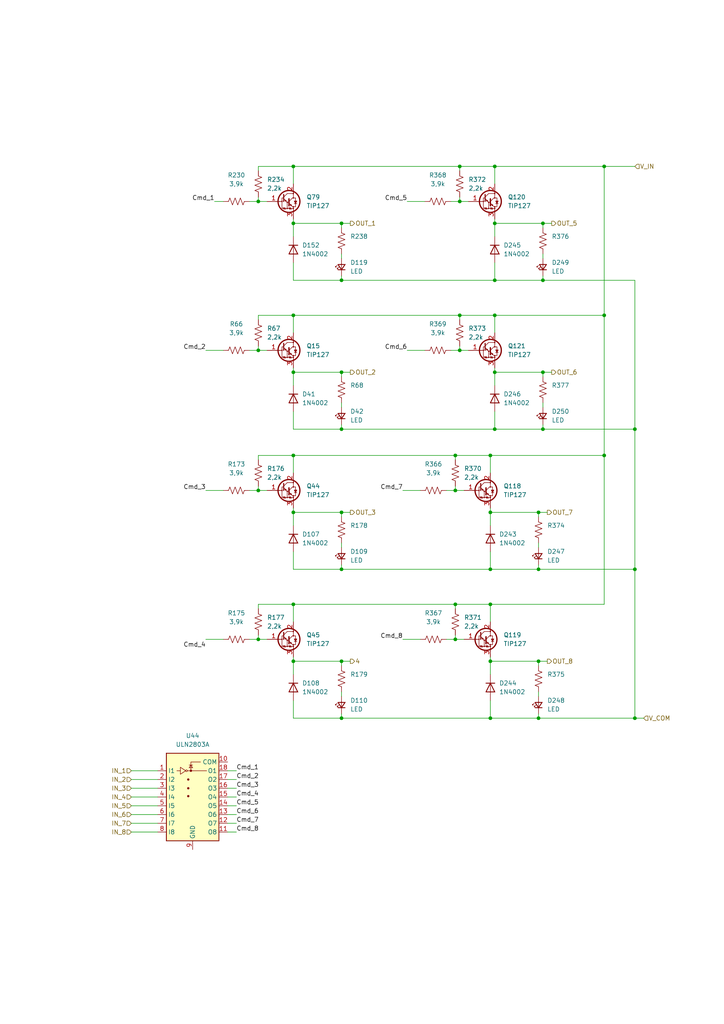
<source format=kicad_sch>
(kicad_sch (version 20231120) (generator "eeschema") (generator_version "8.0")
  (paper "A4" portrait)
  (title_block (title "Module Puissance 4 Sorties") (date "2025-02-15"))
  (junction (at 156.21 208.28))
  (junction (at 85.09 48.26))
  (junction (at 156.21 165.1))
  (junction (at 85.09 148.59))
  (junction (at 142.24 208.28))
  (junction (at 184.15 124.46))
  (junction (at 142.24 132.08))
  (junction (at 157.48 64.77))
  (junction (at 85.09 107.95))
  (junction (at 143.51 124.46))
  (junction (at 74.93 142.24))
  (junction (at 99.06 208.28))
  (junction (at 175.26 48.26))
  (junction (at 132.08 132.08))
  (junction (at 156.21 191.77))
  (junction (at 132.08 185.42))
  (junction (at 175.26 132.08))
  (junction (at 175.26 91.44))
  (junction (at 74.93 185.42))
  (junction (at 142.24 148.59))
  (junction (at 74.93 58.42))
  (junction (at 157.48 107.95))
  (junction (at 85.09 132.08))
  (junction (at 143.51 91.44))
  (junction (at 74.93 101.6))
  (junction (at 132.08 142.24))
  (junction (at 85.09 191.77))
  (junction (at 143.51 64.77))
  (junction (at 143.51 107.95))
  (junction (at 142.24 165.1))
  (junction (at 99.06 64.77))
  (junction (at 157.48 124.46))
  (junction (at 156.21 148.59))
  (junction (at 85.09 64.77))
  (junction (at 133.35 101.6))
  (junction (at 99.06 165.1))
  (junction (at 85.09 91.44))
  (junction (at 184.15 208.28))
  (junction (at 99.06 107.95))
  (junction (at 143.51 81.28))
  (junction (at 132.08 175.26))
  (junction (at 133.35 91.44))
  (junction (at 142.24 191.77))
  (junction (at 85.09 175.26))
  (junction (at 99.06 124.46))
  (junction (at 142.24 175.26))
  (junction (at 157.48 81.28))
  (junction (at 143.51 48.26))
  (junction (at 99.06 81.28))
  (junction (at 99.06 191.77))
  (junction (at 133.35 58.42))
  (junction (at 133.35 48.26))
  (junction (at 99.06 148.59))
  (junction (at 184.15 165.1))
  (wire (pts (xy 142.24 191.77) (xy 156.21 191.77)))
  (wire (pts (xy 133.35 91.44) (xy 143.51 91.44)))
  (wire (pts (xy 142.24 191.77) (xy 142.24 195.58)))
  (wire (pts (xy 85.09 165.1) (xy 99.06 165.1)))
  (wire (pts (xy 156.21 207.01) (xy 156.21 208.28)))
  (wire (pts (xy 85.09 175.26) (xy 132.08 175.26)))
  (wire (pts (xy 99.06 200.66) (xy 99.06 201.93)))
  (wire (pts (xy 157.48 116.84) (xy 157.48 118.11)))
  (wire (pts (xy 85.09 160.02) (xy 85.09 165.1)))
  (wire (pts (xy 74.93 140.97) (xy 74.93 142.24)))
  (wire (pts (xy 99.06 81.28) (xy 143.51 81.28)))
  (wire (pts (xy 85.09 91.44) (xy 85.09 96.52)))
  (wire (pts (xy 74.93 91.44) (xy 85.09 91.44)))
  (wire (pts (xy 156.21 148.59) (xy 156.21 149.86)))
  (wire (pts (xy 99.06 73.66) (xy 99.06 74.93)))
  (wire (pts (xy 74.93 132.08) (xy 85.09 132.08)))
  (wire (pts (xy 38.1 226.06) (xy 45.72 226.06)))
  (wire (pts (xy 38.1 241.3) (xy 45.72 241.3)))
  (wire (pts (xy 72.39 58.42) (xy 74.93 58.42)))
  (wire (pts (xy 85.09 191.77) (xy 85.09 195.58)))
  (wire (pts (xy 118.11 101.6) (xy 123.19 101.6)))
  (wire (pts (xy 132.08 185.42) (xy 134.62 185.42)))
  (wire (pts (xy 132.08 140.97) (xy 132.08 142.24)))
  (wire (pts (xy 85.09 132.08) (xy 132.08 132.08)))
  (wire (pts (xy 157.48 107.95) (xy 160.02 107.95)))
  (wire (pts (xy 38.1 223.52) (xy 45.72 223.52)))
  (wire (pts (xy 99.06 64.77) (xy 101.6 64.77)))
  (wire (pts (xy 143.51 91.44) (xy 143.51 96.52)))
  (wire (pts (xy 85.09 48.26) (xy 85.09 53.34)))
  (wire (pts (xy 66.04 223.52) (xy 68.58 223.52)))
  (wire (pts (xy 157.48 73.66) (xy 157.48 74.93)))
  (wire (pts (xy 85.09 191.77) (xy 99.06 191.77)))
  (wire (pts (xy 85.09 76.2) (xy 85.09 81.28)))
  (wire (pts (xy 74.93 175.26) (xy 74.93 176.53)))
  (wire (pts (xy 99.06 148.59) (xy 101.6 148.59)))
  (wire (pts (xy 99.06 80.01) (xy 99.06 81.28)))
  (wire (pts (xy 143.51 124.46) (xy 157.48 124.46)))
  (wire (pts (xy 85.09 124.46) (xy 99.06 124.46)))
  (wire (pts (xy 72.39 142.24) (xy 74.93 142.24)))
  (wire (pts (xy 133.35 101.6) (xy 135.89 101.6)))
  (wire (pts (xy 156.21 208.28) (xy 184.15 208.28)))
  (wire (pts (xy 143.51 106.68) (xy 143.51 107.95)))
  (wire (pts (xy 157.48 64.77) (xy 157.48 66.04)))
  (wire (pts (xy 133.35 91.44) (xy 133.35 92.71)))
  (wire (pts (xy 74.93 142.24) (xy 77.47 142.24)))
  (wire (pts (xy 116.84 142.24) (xy 121.92 142.24)))
  (wire (pts (xy 85.09 147.32) (xy 85.09 148.59)))
  (wire (pts (xy 129.54 142.24) (xy 132.08 142.24)))
  (wire (pts (xy 116.84 185.42) (xy 121.92 185.42)))
  (wire (pts (xy 142.24 165.1) (xy 156.21 165.1)))
  (wire (pts (xy 74.93 175.26) (xy 85.09 175.26)))
  (wire (pts (xy 143.51 64.77) (xy 157.48 64.77)))
  (wire (pts (xy 99.06 148.59) (xy 99.06 149.86)))
  (wire (pts (xy 74.93 48.26) (xy 74.93 49.53)))
  (wire (pts (xy 156.21 163.83) (xy 156.21 165.1)))
  (wire (pts (xy 184.15 124.46) (xy 184.15 165.1)))
  (wire (pts (xy 132.08 175.26) (xy 132.08 176.53)))
  (wire (pts (xy 99.06 123.19) (xy 99.06 124.46)))
  (wire (pts (xy 143.51 63.5) (xy 143.51 64.77)))
  (wire (pts (xy 157.48 107.95) (xy 157.48 109.22)))
  (wire (pts (xy 85.09 148.59) (xy 99.06 148.59)))
  (wire (pts (xy 59.69 185.42) (xy 64.77 185.42)))
  (wire (pts (xy 74.93 184.15) (xy 74.93 185.42)))
  (wire (pts (xy 143.51 81.28) (xy 157.48 81.28)))
  (wire (pts (xy 156.21 157.48) (xy 156.21 158.75)))
  (wire (pts (xy 157.48 123.19) (xy 157.48 124.46)))
  (wire (pts (xy 130.81 101.6) (xy 133.35 101.6)))
  (wire (pts (xy 132.08 142.24) (xy 134.62 142.24)))
  (wire (pts (xy 143.51 76.2) (xy 143.51 81.28)))
  (wire (pts (xy 38.1 228.6) (xy 45.72 228.6)))
  (wire (pts (xy 132.08 132.08) (xy 132.08 133.35)))
  (wire (pts (xy 156.21 191.77) (xy 156.21 193.04)))
  (wire (pts (xy 74.93 57.15) (xy 74.93 58.42)))
  (wire (pts (xy 85.09 119.38) (xy 85.09 124.46)))
  (wire (pts (xy 175.26 48.26) (xy 184.15 48.26)))
  (wire (pts (xy 99.06 124.46) (xy 143.51 124.46)))
  (wire (pts (xy 157.48 80.01) (xy 157.48 81.28)))
  (wire (pts (xy 184.15 208.28) (xy 186.69 208.28)))
  (wire (pts (xy 99.06 163.83) (xy 99.06 165.1)))
  (wire (pts (xy 66.04 238.76) (xy 68.58 238.76)))
  (wire (pts (xy 38.1 236.22) (xy 45.72 236.22)))
  (wire (pts (xy 175.26 91.44) (xy 143.51 91.44)))
  (wire (pts (xy 184.15 81.28) (xy 184.15 124.46)))
  (wire (pts (xy 132.08 184.15) (xy 132.08 185.42)))
  (wire (pts (xy 99.06 107.95) (xy 101.6 107.95)))
  (wire (pts (xy 132.08 175.26) (xy 142.24 175.26)))
  (wire (pts (xy 184.15 165.1) (xy 184.15 208.28)))
  (wire (pts (xy 74.93 58.42) (xy 77.47 58.42)))
  (wire (pts (xy 74.93 101.6) (xy 77.47 101.6)))
  (wire (pts (xy 85.09 64.77) (xy 85.09 68.58)))
  (wire (pts (xy 59.69 142.24) (xy 64.77 142.24)))
  (wire (pts (xy 66.04 231.14) (xy 68.58 231.14)))
  (wire (pts (xy 85.09 91.44) (xy 133.35 91.44)))
  (wire (pts (xy 59.69 101.6) (xy 64.77 101.6)))
  (wire (pts (xy 66.04 226.06) (xy 68.58 226.06)))
  (wire (pts (xy 74.93 91.44) (xy 74.93 92.71)))
  (wire (pts (xy 142.24 148.59) (xy 156.21 148.59)))
  (wire (pts (xy 85.09 107.95) (xy 85.09 111.76)))
  (wire (pts (xy 142.24 208.28) (xy 156.21 208.28)))
  (wire (pts (xy 142.24 175.26) (xy 142.24 180.34)))
  (wire (pts (xy 156.21 148.59) (xy 158.75 148.59)))
  (wire (pts (xy 72.39 185.42) (xy 74.93 185.42)))
  (wire (pts (xy 157.48 81.28) (xy 184.15 81.28)))
  (wire (pts (xy 85.09 148.59) (xy 85.09 152.4)))
  (wire (pts (xy 118.11 58.42) (xy 123.19 58.42)))
  (wire (pts (xy 143.51 119.38) (xy 143.51 124.46)))
  (wire (pts (xy 74.93 100.33) (xy 74.93 101.6)))
  (wire (pts (xy 133.35 100.33) (xy 133.35 101.6)))
  (wire (pts (xy 66.04 236.22) (xy 68.58 236.22)))
  (wire (pts (xy 38.1 233.68) (xy 45.72 233.68)))
  (wire (pts (xy 156.21 165.1) (xy 184.15 165.1)))
  (wire (pts (xy 62.23 58.42) (xy 64.77 58.42)))
  (wire (pts (xy 99.06 116.84) (xy 99.06 118.11)))
  (wire (pts (xy 175.26 175.26) (xy 175.26 132.08)))
  (wire (pts (xy 142.24 148.59) (xy 142.24 152.4)))
  (wire (pts (xy 157.48 124.46) (xy 184.15 124.46)))
  (wire (pts (xy 175.26 132.08) (xy 142.24 132.08)))
  (wire (pts (xy 143.51 107.95) (xy 157.48 107.95)))
  (wire (pts (xy 85.09 81.28) (xy 99.06 81.28)))
  (wire (pts (xy 156.21 191.77) (xy 158.75 191.77)))
  (wire (pts (xy 85.09 48.26) (xy 133.35 48.26)))
  (wire (pts (xy 133.35 57.15) (xy 133.35 58.42)))
  (wire (pts (xy 85.09 175.26) (xy 85.09 180.34)))
  (wire (pts (xy 157.48 64.77) (xy 160.02 64.77)))
  (wire (pts (xy 99.06 208.28) (xy 142.24 208.28)))
  (wire (pts (xy 85.09 107.95) (xy 99.06 107.95)))
  (wire (pts (xy 85.09 190.5) (xy 85.09 191.77)))
  (wire (pts (xy 143.51 64.77) (xy 143.51 68.58)))
  (wire (pts (xy 142.24 132.08) (xy 142.24 137.16)))
  (wire (pts (xy 85.09 208.28) (xy 99.06 208.28)))
  (wire (pts (xy 129.54 185.42) (xy 132.08 185.42)))
  (wire (pts (xy 85.09 63.5) (xy 85.09 64.77)))
  (wire (pts (xy 66.04 233.68) (xy 68.58 233.68)))
  (wire (pts (xy 175.26 48.26) (xy 143.51 48.26)))
  (wire (pts (xy 38.1 238.76) (xy 45.72 238.76)))
  (wire (pts (xy 99.06 207.01) (xy 99.06 208.28)))
  (wire (pts (xy 85.09 132.08) (xy 85.09 137.16)))
  (wire (pts (xy 38.1 231.14) (xy 45.72 231.14)))
  (wire (pts (xy 72.39 101.6) (xy 74.93 101.6)))
  (wire (pts (xy 85.09 203.2) (xy 85.09 208.28)))
  (wire (pts (xy 85.09 106.68) (xy 85.09 107.95)))
  (wire (pts (xy 74.93 185.42) (xy 77.47 185.42)))
  (wire (pts (xy 175.26 91.44) (xy 175.26 48.26)))
  (wire (pts (xy 99.06 191.77) (xy 101.6 191.77)))
  (wire (pts (xy 142.24 190.5) (xy 142.24 191.77)))
  (wire (pts (xy 143.51 48.26) (xy 143.51 53.34)))
  (wire (pts (xy 66.04 228.6) (xy 68.58 228.6)))
  (wire (pts (xy 142.24 175.26) (xy 175.26 175.26)))
  (wire (pts (xy 142.24 160.02) (xy 142.24 165.1)))
  (wire (pts (xy 130.81 58.42) (xy 133.35 58.42)))
  (wire (pts (xy 175.26 132.08) (xy 175.26 91.44)))
  (wire (pts (xy 99.06 165.1) (xy 142.24 165.1)))
  (wire (pts (xy 133.35 58.42) (xy 135.89 58.42)))
  (wire (pts (xy 133.35 48.26) (xy 133.35 49.53)))
  (wire (pts (xy 99.06 191.77) (xy 99.06 193.04)))
  (wire (pts (xy 99.06 64.77) (xy 99.06 66.04)))
  (wire (pts (xy 142.24 147.32) (xy 142.24 148.59)))
  (wire (pts (xy 99.06 107.95) (xy 99.06 109.22)))
  (wire (pts (xy 143.51 107.95) (xy 143.51 111.76)))
  (wire (pts (xy 74.93 48.26) (xy 85.09 48.26)))
  (wire (pts (xy 74.93 132.08) (xy 74.93 133.35)))
  (wire (pts (xy 142.24 203.2) (xy 142.24 208.28)))
  (wire (pts (xy 85.09 64.77) (xy 99.06 64.77)))
  (wire (pts (xy 156.21 200.66) (xy 156.21 201.93)))
  (wire (pts (xy 66.04 241.3) (xy 68.58 241.3)))
  (wire (pts (xy 132.08 132.08) (xy 142.24 132.08)))
  (wire (pts (xy 133.35 48.26) (xy 143.51 48.26)))
  (wire (pts (xy 99.06 157.48) (xy 99.06 158.75)))
  (label "Cmd_3" (at 68.58 228.6 0))
  (label "Cmd_1" (at 68.58 223.52 0))
  (label "Cmd_8" (at 116.84 185.42 180))
  (label "Cmd_4" (at 68.58 231.14 0))
  (label "Cmd_3" (at 59.69 142.24 180))
  (label "Cmd_1" (at 62.23 58.42 180))
  (label "Cmd_5" (at 118.11 58.42 180))
  (label "Cmd_2" (at 59.69 101.6 180))
  (label "Cmd_7" (at 116.84 142.24 180))
  (label "Cmd_6" (at 68.58 236.22 0))
  (label "Cmd_5" (at 68.58 233.68 0))
  (label "Cmd_7" (at 68.58 238.76 0))
  (label "Cmd_2" (at 68.58 226.06 0))
  (label "Cmd_4" (at 59.69 187.96 180))
  (label "Cmd_8" (at 68.58 241.3 0))
  (label "Cmd_6" (at 118.11 101.6 180))
  (hierarchical_label "IN_4" (shape input) (at 38.1 231.14 180))
  (hierarchical_label "IN_7" (shape input) (at 38.1 238.76 180))
  (hierarchical_label "OUT_5" (shape output) (at 160.02 64.77 0))
  (hierarchical_label "OUT_1" (shape output) (at 101.6 64.77 0))
  (hierarchical_label "4" (shape output) (at 101.6 191.77 0))
  (hierarchical_label "V_COM" (shape input) (at 186.69 208.28 0))
  (hierarchical_label "IN_1" (shape input) (at 38.1 223.52 180))
  (hierarchical_label "IN_6" (shape input) (at 38.1 236.22 180))
  (hierarchical_label "IN_3" (shape input) (at 38.1 228.6 180))
  (hierarchical_label "OUT_3" (shape output) (at 101.6 148.59 0))
  (hierarchical_label "OUT_8" (shape output) (at 158.75 191.77 0))
  (hierarchical_label "OUT_6" (shape output) (at 160.02 107.95 0))
  (hierarchical_label "OUT_2" (shape output) (at 101.6 107.95 0))
  (hierarchical_label "IN_5" (shape input) (at 38.1 233.68 180))
  (hierarchical_label "IN_2" (shape input) (at 38.1 226.06 180))
  (hierarchical_label "V_IN" (shape input) (at 184.15 48.26 0))
  (hierarchical_label "OUT_7" (shape output) (at 158.75 148.59 0))
  (hierarchical_label "IN_8" (shape input) (at 38.1 241.3 180))
  (symbol (lib_id "Transistor_BJT:TIP127") (at 139.7 185.42 0) (unit 1)
    (property "Reference" "Q51" (at 146.05 184.1499 0) (effects (justify left)))
    (property "Value" "TIP127" (at 146.05 186.6899 0) (effects (justify left)))
    (property "Footprint" "Package_TO_SOT_THT:TO-220-3_Vertical" (effects (hide yes)))
    (property "Datasheet" "https://www.onsemi.com/pub/Collateral/TIP120-D.PDF" (effects (hide yes)))
    (property "Description" "5A Ic, 100V Vce, Silicon Darlington Power PNP Transistor, TO-220" (effects (hide yes)))
    (instances (project "64_Outs" (path "" (reference "Q119") (unit 1)) (path "" (reference "Q103") (unit 1)) (path "" (reference "Q107") (unit 1)) (path "" (reference "Q87") (unit 1)) (path "" (reference "Q59") (unit 1)) (path "" (reference "Q123") (unit 1)) (path "" (reference "Q91") (unit 1)) (path "" (reference "Q51") (unit 1)) (path "" (reference "Q111") (unit 1)) (path "" (reference "Q95") (unit 1)) (path "" (reference "Q99") (unit 1)) (path "" (reference "Q63") (unit 1)) (path "" (reference "Q55") (unit 1)) (path "" (reference "Q115") (unit 1)) (path "" (reference "Q83") (unit 1)) (path "" (reference "Q127") (unit 1))))
  )
  (symbol (lib_id "Device:LED_Small") (at 157.48 120.65 90) (unit 1)
    (property "Reference" "D129" (at 160.02 119.3164 90) (effects (justify right)))
    (property "Value" "LED" (at 160.02 121.8564 90) (effects (justify right)))
    (property "Footprint" "LED_SMD:LED_PLCC-2_3.4x3.0mm_AK" (effects (hide yes)))
    (property "Description" "Light emitting diode, small symbol" (effects (hide yes)))
    (instances (project "64_Outs" (path "" (reference "D250") (unit 1)) (path "" (reference "D218") (unit 1)) (path "" (reference "D226") (unit 1)) (path "" (reference "D186") (unit 1)) (path "" (reference "D162") (unit 1)) (path "" (reference "D258") (unit 1)) (path "" (reference "D194") (unit 1)) (path "" (reference "D129") (unit 1)) (path "" (reference "D234") (unit 1)) (path "" (reference "D202") (unit 1)) (path "" (reference "D210") (unit 1)) (path "" (reference "D170") (unit 1)) (path "" (reference "D138") (unit 1)) (path "" (reference "D242") (unit 1)) (path "" (reference "D178") (unit 1)) (path "" (reference "D266") (unit 1))))
  )
  (symbol (lib_id "Transistor_BJT:TIP127") (at 82.55 101.6 0) (unit 1)
    (property "Reference" "Q2" (at 88.9 100.3299 0) (effects (justify left)))
    (property "Value" "TIP127" (at 88.9 102.8699 0) (effects (justify left)))
    (property "Footprint" "Package_TO_SOT_THT:TO-220-3_Vertical" (effects (hide yes)))
    (property "Datasheet" "https://www.onsemi.com/pub/Collateral/TIP120-D.PDF" (effects (hide yes)))
    (property "Description" "5A Ic, 100V Vce, Silicon Darlington Power PNP Transistor, TO-220" (effects (hide yes)))
    (instances (project "64_Outs" (path "" (reference "Q15") (unit 1)) (path "" (reference "Q11") (unit 1)) (path "" (reference "Q12") (unit 1)) (path "" (reference "Q7") (unit 1)) (path "" (reference "Q4") (unit 1)) (path "" (reference "Q16") (unit 1)) (path "" (reference "Q8") (unit 1)) (path "" (reference "Q2") (unit 1)) (path "" (reference "Q13") (unit 1)) (path "" (reference "Q9") (unit 1)) (path "" (reference "Q10") (unit 1)) (path "" (reference "Q5") (unit 1)) (path "" (reference "Q3") (unit 1)) (path "" (reference "Q14") (unit 1)) (path "" (reference "Q6") (unit 1)) (path "" (reference "Q17") (unit 1))))
  )
  (symbol (lib_id "Device:R_US") (at 68.58 101.6 270) (unit 1)
    (property "Reference" "R18" (at 68.58 93.98 90))
    (property "Value" "3,9k" (at 68.58 96.52 90))
    (property "Footprint" "Resistor_THT:R_Axial_DIN0207_L6.3mm_D2.5mm_P10.16mm_Horizontal" (effects (hide yes)))
    (property "Description" "Resistor, US symbol" (effects (hide yes)))
    (instances (project "64_Outs" (path "" (reference "R66") (unit 1)) (path "" (reference "R51") (unit 1)) (path "" (reference "R55") (unit 1)) (path "" (reference "R36") (unit 1)) (path "" (reference "R25") (unit 1)) (path "" (reference "R69") (unit 1)) (path "" (reference "R40") (unit 1)) (path "" (reference "R18") (unit 1)) (path "" (reference "R59") (unit 1)) (path "" (reference "R44") (unit 1)) (path "" (reference "R48") (unit 1)) (path "" (reference "R29") (unit 1)) (path "" (reference "R21") (unit 1)) (path "" (reference "R63") (unit 1)) (path "" (reference "R33") (unit 1)) (path "" (reference "R73") (unit 1))))
  )
  (symbol (lib_id "Device:R_US") (at 99.06 196.85 0) (unit 1)
    (property "Reference" "R83" (at 101.6 195.5799 0) (effects (justify left)))
    (property "Value" "2,2k" (effects (hide yes)))
    (property "Footprint" "Resistor_THT:R_Axial_DIN0207_L6.3mm_D2.5mm_P10.16mm_Horizontal" (effects (hide yes)))
    (property "Description" "Resistor, US symbol" (effects (hide yes)))
    (instances (project "64_Outs" (path "" (reference "R179") (unit 1)) (path "" (reference "R149") (unit 1)) (path "" (reference "R157") (unit 1)) (path "" (reference "R120") (unit 1)) (path "" (reference "R98") (unit 1)) (path "" (reference "R187") (unit 1)) (path "" (reference "R128") (unit 1)) (path "" (reference "R83") (unit 1)) (path "" (reference "R164") (unit 1)) (path "" (reference "R135") (unit 1)) (path "" (reference "R143") (unit 1)) (path "" (reference "R105") (unit 1)) (path "" (reference "R91") (unit 1)) (path "" (reference "R172") (unit 1)) (path "" (reference "R113") (unit 1)) (path "" (reference "R194") (unit 1))))
  )
  (symbol (lib_id "Diode:1N4002") (at 143.51 115.57 270) (unit 1)
    (property "Reference" "D124" (at 146.05 114.2999 90) (effects (justify left)))
    (property "Value" "1N4002" (at 146.05 116.8399 90) (effects (justify left)))
    (property "Footprint" "Diode_THT:D_DO-41_SOD81_P10.16mm_Horizontal" (effects (hide yes)))
    (property "Datasheet" "http://www.vishay.com/docs/88503/1n4001.pdf" (effects (hide yes)))
    (property "Description" "100V 1A General Purpose Rectifier Diode, DO-41" (effects (hide yes)))
    (property "Sim.Device" "D" (effects (hide yes)))
    (property "Sim.Pins" "1=K 2=A" (effects (hide yes)))
    (instances (project "64_Outs" (path "" (reference "D246") (unit 1)) (path "" (reference "D214") (unit 1)) (path "" (reference "D222") (unit 1)) (path "" (reference "D182") (unit 1)) (path "" (reference "D158") (unit 1)) (path "" (reference "D254") (unit 1)) (path "" (reference "D190") (unit 1)) (path "" (reference "D124") (unit 1)) (path "" (reference "D230") (unit 1)) (path "" (reference "D198") (unit 1)) (path "" (reference "D206") (unit 1)) (path "" (reference "D166") (unit 1)) (path "" (reference "D133") (unit 1)) (path "" (reference "D238") (unit 1)) (path "" (reference "D174") (unit 1)) (path "" (reference "D262") (unit 1))))
  )
  (symbol (lib_id "Device:R_US") (at 125.73 142.24 270) (unit 1)
    (property "Reference" "R195" (at 125.73 134.62 90))
    (property "Value" "3,9k" (at 125.73 137.16 90))
    (property "Footprint" "Resistor_THT:R_Axial_DIN0207_L6.3mm_D2.5mm_P10.16mm_Horizontal" (effects (hide yes)))
    (property "Description" "Resistor, US symbol" (effects (hide yes)))
    (instances (project "64_Outs" (path "" (reference "R366") (unit 1)) (path "" (reference "R318") (unit 1)) (path "" (reference "R330") (unit 1)) (path "" (reference "R269") (unit 1)) (path "" (reference "R225") (unit 1)) (path "" (reference "R378") (unit 1)) (path "" (reference "R282") (unit 1)) (path "" (reference "R195") (unit 1)) (path "" (reference "R342") (unit 1)) (path "" (reference "R294") (unit 1)) (path "" (reference "R306") (unit 1)) (path "" (reference "R240") (unit 1)) (path "" (reference "R210") (unit 1)) (path "" (reference "R354") (unit 1)) (path "" (reference "R255") (unit 1)) (path "" (reference "R390") (unit 1))))
  )
  (symbol (lib_id "Diode:1N4002") (at 143.51 72.39 270) (unit 1)
    (property "Reference" "D123" (at 146.05 71.1199 90) (effects (justify left)))
    (property "Value" "1N4002" (at 146.05 73.6599 90) (effects (justify left)))
    (property "Footprint" "Diode_THT:D_DO-41_SOD81_P10.16mm_Horizontal" (effects (hide yes)))
    (property "Datasheet" "http://www.vishay.com/docs/88503/1n4001.pdf" (effects (hide yes)))
    (property "Description" "100V 1A General Purpose Rectifier Diode, DO-41" (effects (hide yes)))
    (property "Sim.Device" "D" (effects (hide yes)))
    (property "Sim.Pins" "1=K 2=A" (effects (hide yes)))
    (instances (project "64_Outs" (path "" (reference "D245") (unit 1)) (path "" (reference "D213") (unit 1)) (path "" (reference "D221") (unit 1)) (path "" (reference "D181") (unit 1)) (path "" (reference "D157") (unit 1)) (path "" (reference "D253") (unit 1)) (path "" (reference "D189") (unit 1)) (path "" (reference "D123") (unit 1)) (path "" (reference "D229") (unit 1)) (path "" (reference "D197") (unit 1)) (path "" (reference "D205") (unit 1)) (path "" (reference "D165") (unit 1)) (path "" (reference "D132") (unit 1)) (path "" (reference "D237") (unit 1)) (path "" (reference "D173") (unit 1)) (path "" (reference "D261") (unit 1))))
  )
  (symbol (lib_id "Device:R_US") (at 157.48 69.85 0) (unit 1)
    (property "Reference" "R208" (at 160.02 68.5799 0) (effects (justify left)))
    (property "Value" "2,2k" (effects (hide yes)))
    (property "Footprint" "Resistor_THT:R_Axial_DIN0207_L6.3mm_D2.5mm_P10.16mm_Horizontal" (effects (hide yes)))
    (property "Description" "Resistor, US symbol" (effects (hide yes)))
    (instances (project "64_Outs" (path "" (reference "R376") (unit 1)) (path "" (reference "R328") (unit 1)) (path "" (reference "R340") (unit 1)) (path "" (reference "R280") (unit 1)) (path "" (reference "R237") (unit 1)) (path "" (reference "R388") (unit 1)) (path "" (reference "R292") (unit 1)) (path "" (reference "R208") (unit 1)) (path "" (reference "R352") (unit 1)) (path "" (reference "R304") (unit 1)) (path "" (reference "R316") (unit 1)) (path "" (reference "R252") (unit 1)) (path "" (reference "R223") (unit 1)) (path "" (reference "R364") (unit 1)) (path "" (reference "R267") (unit 1)) (path "" (reference "R400") (unit 1))))
  )
  (symbol (lib_id "Device:R_US") (at 156.21 196.85 0) (unit 1)
    (property "Reference" "R207" (at 158.75 195.5799 0) (effects (justify left)))
    (property "Value" "2,2k" (effects (hide yes)))
    (property "Footprint" "Resistor_THT:R_Axial_DIN0207_L6.3mm_D2.5mm_P10.16mm_Horizontal" (effects (hide yes)))
    (property "Description" "Resistor, US symbol" (effects (hide yes)))
    (instances (project "64_Outs" (path "" (reference "R375") (unit 1)) (path "" (reference "R327") (unit 1)) (path "" (reference "R339") (unit 1)) (path "" (reference "R279") (unit 1)) (path "" (reference "R236") (unit 1)) (path "" (reference "R387") (unit 1)) (path "" (reference "R291") (unit 1)) (path "" (reference "R207") (unit 1)) (path "" (reference "R351") (unit 1)) (path "" (reference "R303") (unit 1)) (path "" (reference "R315") (unit 1)) (path "" (reference "R251") (unit 1)) (path "" (reference "R221") (unit 1)) (path "" (reference "R363") (unit 1)) (path "" (reference "R265") (unit 1)) (path "" (reference "R399") (unit 1))))
  )
  (symbol (lib_id "Device:LED_Small") (at 99.06 120.65 90) (unit 1)
    (property "Reference" "D12" (at 101.6 119.3164 90) (effects (justify right)))
    (property "Value" "LED" (at 101.6 121.8564 90) (effects (justify right)))
    (property "Footprint" "LED_SMD:LED_PLCC-2_3.4x3.0mm_AK" (effects (hide yes)))
    (property "Description" "Light emitting diode, small symbol" (effects (hide yes)))
    (instances (project "64_Outs" (path "" (reference "D42") (unit 1)) (path "" (reference "D33") (unit 1)) (path "" (reference "D35") (unit 1)) (path "" (reference "D24") (unit 1)) (path "" (reference "D17") (unit 1)) (path "" (reference "D44") (unit 1)) (path "" (reference "D26") (unit 1)) (path "" (reference "D12") (unit 1)) (path "" (reference "D37") (unit 1)) (path "" (reference "D28") (unit 1)) (path "" (reference "D30") (unit 1)) (path "" (reference "D19") (unit 1)) (path "" (reference "D14") (unit 1)) (path "" (reference "D40") (unit 1)) (path "" (reference "D21") (unit 1)) (path "" (reference "D46") (unit 1))))
  )
  (symbol (lib_id "Device:R_US") (at 74.93 96.52 0) (unit 1)
    (property "Reference" "R19" (at 77.47 95.2499 0) (effects (justify left)))
    (property "Value" "2,2k" (at 77.47 97.7899 0) (effects (justify left)))
    (property "Footprint" "Resistor_THT:R_Axial_DIN0207_L6.3mm_D2.5mm_P10.16mm_Horizontal" (effects (hide yes)))
    (property "Description" "Resistor, US symbol" (effects (hide yes)))
    (instances (project "64_Outs" (path "" (reference "R67") (unit 1)) (path "" (reference "R52") (unit 1)) (path "" (reference "R56") (unit 1)) (path "" (reference "R37") (unit 1)) (path "" (reference "R27") (unit 1)) (path "" (reference "R71") (unit 1)) (path "" (reference "R41") (unit 1)) (path "" (reference "R19") (unit 1)) (path "" (reference "R60") (unit 1)) (path "" (reference "R45") (unit 1)) (path "" (reference "R49") (unit 1)) (path "" (reference "R31") (unit 1)) (path "" (reference "R23") (unit 1)) (path "" (reference "R64") (unit 1)) (path "" (reference "R34") (unit 1)) (path "" (reference "R75") (unit 1))))
  )
  (symbol (lib_id "Device:R_US") (at 157.48 113.03 0) (unit 1)
    (property "Reference" "R209" (at 160.02 111.7599 0) (effects (justify left)))
    (property "Value" "2,2k" (effects (hide yes)))
    (property "Footprint" "Resistor_THT:R_Axial_DIN0207_L6.3mm_D2.5mm_P10.16mm_Horizontal" (effects (hide yes)))
    (property "Description" "Resistor, US symbol" (effects (hide yes)))
    (instances (project "64_Outs" (path "" (reference "R377") (unit 1)) (path "" (reference "R329") (unit 1)) (path "" (reference "R341") (unit 1)) (path "" (reference "R281") (unit 1)) (path "" (reference "R239") (unit 1)) (path "" (reference "R389") (unit 1)) (path "" (reference "R293") (unit 1)) (path "" (reference "R209") (unit 1)) (path "" (reference "R353") (unit 1)) (path "" (reference "R305") (unit 1)) (path "" (reference "R317") (unit 1)) (path "" (reference "R253") (unit 1)) (path "" (reference "R224") (unit 1)) (path "" (reference "R365") (unit 1)) (path "" (reference "R268") (unit 1)) (path "" (reference "R401") (unit 1))))
  )
  (symbol (lib_id "Device:R_US") (at 132.08 137.16 0) (unit 1)
    (property "Reference" "R200" (at 134.62 135.8899 0) (effects (justify left)))
    (property "Value" "2,2k" (at 134.62 138.4299 0) (effects (justify left)))
    (property "Footprint" "Resistor_THT:R_Axial_DIN0207_L6.3mm_D2.5mm_P10.16mm_Horizontal" (effects (hide yes)))
    (property "Description" "Resistor, US symbol" (effects (hide yes)))
    (instances (project "64_Outs" (path "" (reference "R370") (unit 1)) (path "" (reference "R322") (unit 1)) (path "" (reference "R334") (unit 1)) (path "" (reference "R274") (unit 1)) (path "" (reference "R229") (unit 1)) (path "" (reference "R382") (unit 1)) (path "" (reference "R286") (unit 1)) (path "" (reference "R200") (unit 1)) (path "" (reference "R346") (unit 1)) (path "" (reference "R298") (unit 1)) (path "" (reference "R310") (unit 1)) (path "" (reference "R244") (unit 1)) (path "" (reference "R215") (unit 1)) (path "" (reference "R358") (unit 1)) (path "" (reference "R259") (unit 1)) (path "" (reference "R394") (unit 1))))
  )
  (symbol (lib_id "Transistor_BJT:TIP127") (at 140.97 101.6 0) (unit 1)
    (property "Reference" "Q53" (at 147.32 100.3299 0) (effects (justify left)))
    (property "Value" "TIP127" (at 147.32 102.8699 0) (effects (justify left)))
    (property "Footprint" "Package_TO_SOT_THT:TO-220-3_Vertical" (effects (hide yes)))
    (property "Datasheet" "https://www.onsemi.com/pub/Collateral/TIP120-D.PDF" (effects (hide yes)))
    (property "Description" "5A Ic, 100V Vce, Silicon Darlington Power PNP Transistor, TO-220" (effects (hide yes)))
    (instances (project "64_Outs" (path "" (reference "Q121") (unit 1)) (path "" (reference "Q105") (unit 1)) (path "" (reference "Q109") (unit 1)) (path "" (reference "Q89") (unit 1)) (path "" (reference "Q61") (unit 1)) (path "" (reference "Q125") (unit 1)) (path "" (reference "Q93") (unit 1)) (path "" (reference "Q53") (unit 1)) (path "" (reference "Q113") (unit 1)) (path "" (reference "Q97") (unit 1)) (path "" (reference "Q101") (unit 1)) (path "" (reference "Q65") (unit 1)) (path "" (reference "Q57") (unit 1)) (path "" (reference "Q117") (unit 1)) (path "" (reference "Q85") (unit 1)) (path "" (reference "Q129") (unit 1))))
  )
  (symbol (lib_id "Device:R_US") (at 127 101.6 270) (unit 1)
    (property "Reference" "R199" (at 127 93.98 90))
    (property "Value" "3,9k" (at 127 96.52 90))
    (property "Footprint" "Resistor_THT:R_Axial_DIN0207_L6.3mm_D2.5mm_P10.16mm_Horizontal" (effects (hide yes)))
    (property "Description" "Resistor, US symbol" (effects (hide yes)))
    (instances (project "64_Outs" (path "" (reference "R369") (unit 1)) (path "" (reference "R321") (unit 1)) (path "" (reference "R333") (unit 1)) (path "" (reference "R273") (unit 1)) (path "" (reference "R228") (unit 1)) (path "" (reference "R381") (unit 1)) (path "" (reference "R285") (unit 1)) (path "" (reference "R199") (unit 1)) (path "" (reference "R345") (unit 1)) (path "" (reference "R297") (unit 1)) (path "" (reference "R309") (unit 1)) (path "" (reference "R243") (unit 1)) (path "" (reference "R213") (unit 1)) (path "" (reference "R357") (unit 1)) (path "" (reference "R258") (unit 1)) (path "" (reference "R393") (unit 1))))
  )
  (symbol (lib_id "Device:R_US") (at 132.08 180.34 0) (unit 1)
    (property "Reference" "R201" (at 134.62 179.0699 0) (effects (justify left)))
    (property "Value" "2,2k" (at 134.62 181.6099 0) (effects (justify left)))
    (property "Footprint" "Resistor_THT:R_Axial_DIN0207_L6.3mm_D2.5mm_P10.16mm_Horizontal" (effects (hide yes)))
    (property "Description" "Resistor, US symbol" (effects (hide yes)))
    (instances (project "64_Outs" (path "" (reference "R371") (unit 1)) (path "" (reference "R323") (unit 1)) (path "" (reference "R335") (unit 1)) (path "" (reference "R275") (unit 1)) (path "" (reference "R231") (unit 1)) (path "" (reference "R383") (unit 1)) (path "" (reference "R287") (unit 1)) (path "" (reference "R201") (unit 1)) (path "" (reference "R347") (unit 1)) (path "" (reference "R299") (unit 1)) (path "" (reference "R311") (unit 1)) (path "" (reference "R245") (unit 1)) (path "" (reference "R216") (unit 1)) (path "" (reference "R359") (unit 1)) (path "" (reference "R260") (unit 1)) (path "" (reference "R395") (unit 1))))
  )
  (symbol (lib_id "Device:LED_Small") (at 156.21 204.47 90) (unit 1)
    (property "Reference" "D126" (at 158.75 203.1364 90) (effects (justify right)))
    (property "Value" "LED" (at 158.75 205.6764 90) (effects (justify right)))
    (property "Footprint" "LED_SMD:LED_PLCC-2_3.4x3.0mm_AK" (effects (hide yes)))
    (property "Description" "Light emitting diode, small symbol" (effects (hide yes)))
    (instances (project "64_Outs" (path "" (reference "D248") (unit 1)) (path "" (reference "D216") (unit 1)) (path "" (reference "D224") (unit 1)) (path "" (reference "D184") (unit 1)) (path "" (reference "D160") (unit 1)) (path "" (reference "D256") (unit 1)) (path "" (reference "D192") (unit 1)) (path "" (reference "D126") (unit 1)) (path "" (reference "D232") (unit 1)) (path "" (reference "D200") (unit 1)) (path "" (reference "D208") (unit 1)) (path "" (reference "D168") (unit 1)) (path "" (reference "D136") (unit 1)) (path "" (reference "D240") (unit 1)) (path "" (reference "D176") (unit 1)) (path "" (reference "D264") (unit 1))))
  )
  (symbol (lib_id "Transistor_BJT:TIP127") (at 82.55 58.42 0) (unit 1)
    (property "Reference" "Q79" (at 88.9 57.1499 0) (effects (justify left)))
    (property "Value" "TIP127" (at 88.9 59.6899 0) (effects (justify left)))
    (property "Footprint" "Package_TO_SOT_THT:TO-220-3_Vertical" (effects (hide yes)))
    (property "Datasheet" "https://www.onsemi.com/pub/Collateral/TIP120-D.PDF" (effects (hide yes)))
    (property "Description" "5A Ic, 100V Vce, Silicon Darlington Power PNP Transistor, TO-220" (effects (hide yes)))
    (instances (project "" (path "" (reference "Q79") (unit 1)) (path "" (reference "Q75") (unit 1)) (path "" (reference "Q76") (unit 1)) (path "" (reference "Q71") (unit 1)) (path "" (reference "Q68") (unit 1)) (path "" (reference "Q80") (unit 1)) (path "" (reference "Q72") (unit 1)) (path "" (reference "Q66") (unit 1)) (path "" (reference "Q77") (unit 1)) (path "" (reference "Q73") (unit 1)) (path "" (reference "Q74") (unit 1)) (path "" (reference "Q69") (unit 1)) (path "" (reference "Q67") (unit 1)) (path "" (reference "Q78") (unit 1)) (path "" (reference "Q70") (unit 1)) (path "" (reference "Q81") (unit 1))))
  )
  (symbol (lib_id "Transistor_Array:ULN2803A") (at 55.88 228.6 0) (unit 1)
    (property "Reference" "U44" (at 55.88 213.36 0))
    (property "Value" "ULN2803A" (at 55.88 215.9 0))
    (property "Datasheet" "http://www.ti.com/lit/ds/symlink/uln2803a.pdf" (effects (hide yes)))
    (property "Description" "Darlington Transistor Arrays, SOIC18/DIP18" (effects (hide yes)))
    (instances (project "" (path "" (reference "U44") (unit 1)) (path "" (reference "U40") (unit 1)) (path "" (reference "U41") (unit 1)) (path "" (reference "U36") (unit 1)) (path "" (reference "U33") (unit 1)) (path "" (reference "U45") (unit 1)) (path "" (reference "U37") (unit 1)) (path "" (reference "U31") (unit 1)) (path "" (reference "U42") (unit 1)) (path "" (reference "U38") (unit 1)) (path "" (reference "U39") (unit 1)) (path "" (reference "U34") (unit 1)) (path "" (reference "U32") (unit 1)) (path "" (reference "U43") (unit 1)) (path "" (reference "U35") (unit 1)) (path "" (reference "U46") (unit 1))))
  )
  (symbol (lib_id "Device:R_US") (at 99.06 69.85 0) (unit 1)
    (property "Reference" "R238" (at 101.6 68.5799 0) (effects (justify left)))
    (property "Value" "2,2k" (effects (hide yes)))
    (property "Footprint" "Resistor_THT:R_Axial_DIN0207_L6.3mm_D2.5mm_P10.16mm_Horizontal" (effects (hide yes)))
    (property "Description" "Resistor, US symbol" (effects (hide yes)))
    (instances (project "64_Outs" (path "" (reference "R238") (unit 1)) (path "" (reference "R174") (unit 1)) (path "" (reference "R190") (unit 1)) (path "" (reference "R110") (unit 1)) (path "" (reference "R62") (unit 1)) (path "" (reference "R254") (unit 1)) (path "" (reference "R126") (unit 1)) (path "" (reference "R30") (unit 1)) (path "" (reference "R206") (unit 1)) (path "" (reference "R142") (unit 1)) (path "" (reference "R158") (unit 1)) (path "" (reference "R78") (unit 1)) (path "" (reference "R46") (unit 1)) (path "" (reference "R222") (unit 1)) (path "" (reference "R94") (unit 1)) (path "" (reference "R270") (unit 1))))
  )
  (symbol (lib_id "Device:R_US") (at 133.35 53.34 0) (unit 1)
    (property "Reference" "R203" (at 135.89 52.0699 0) (effects (justify left)))
    (property "Value" "2,2k" (at 135.89 54.6099 0) (effects (justify left)))
    (property "Footprint" "Resistor_THT:R_Axial_DIN0207_L6.3mm_D2.5mm_P10.16mm_Horizontal" (effects (hide yes)))
    (property "Description" "Resistor, US symbol" (effects (hide yes)))
    (instances (project "64_Outs" (path "" (reference "R372") (unit 1)) (path "" (reference "R324") (unit 1)) (path "" (reference "R336") (unit 1)) (path "" (reference "R276") (unit 1)) (path "" (reference "R232") (unit 1)) (path "" (reference "R384") (unit 1)) (path "" (reference "R288") (unit 1)) (path "" (reference "R203") (unit 1)) (path "" (reference "R348") (unit 1)) (path "" (reference "R300") (unit 1)) (path "" (reference "R312") (unit 1)) (path "" (reference "R247") (unit 1)) (path "" (reference "R217") (unit 1)) (path "" (reference "R360") (unit 1)) (path "" (reference "R261") (unit 1)) (path "" (reference "R396") (unit 1))))
  )
  (symbol (lib_id "Device:LED_Small") (at 99.06 204.47 90) (unit 1)
    (property "Reference" "D51" (at 101.6 203.1364 90) (effects (justify right)))
    (property "Value" "LED" (at 101.6 205.6764 90) (effects (justify right)))
    (property "Footprint" "LED_SMD:LED_PLCC-2_3.4x3.0mm_AK" (effects (hide yes)))
    (property "Description" "Light emitting diode, small symbol" (effects (hide yes)))
    (instances (project "64_Outs" (path "" (reference "D110") (unit 1)) (path "" (reference "D92") (unit 1)) (path "" (reference "D97") (unit 1)) (path "" (reference "D74") (unit 1)) (path "" (reference "D60") (unit 1)) (path "" (reference "D115") (unit 1)) (path "" (reference "D78") (unit 1)) (path "" (reference "D51") (unit 1)) (path "" (reference "D101") (unit 1)) (path "" (reference "D83") (unit 1)) (path "" (reference "D88") (unit 1)) (path "" (reference "D65") (unit 1)) (path "" (reference "D56") (unit 1)) (path "" (reference "D106") (unit 1)) (path "" (reference "D69") (unit 1)) (path "" (reference "D120") (unit 1))))
  )
  (symbol (lib_id "Device:R_US") (at 74.93 180.34 0) (unit 1)
    (property "Reference" "R81" (at 77.47 179.0699 0) (effects (justify left)))
    (property "Value" "2,2k" (at 77.47 181.6099 0) (effects (justify left)))
    (property "Footprint" "Resistor_THT:R_Axial_DIN0207_L6.3mm_D2.5mm_P10.16mm_Horizontal" (effects (hide yes)))
    (property "Description" "Resistor, US symbol" (effects (hide yes)))
    (instances (project "64_Outs" (path "" (reference "R177") (unit 1)) (path "" (reference "R147") (unit 1)) (path "" (reference "R155") (unit 1)) (path "" (reference "R117") (unit 1)) (path "" (reference "R96") (unit 1)) (path "" (reference "R184") (unit 1)) (path "" (reference "R125") (unit 1)) (path "" (reference "R81") (unit 1)) (path "" (reference "R162") (unit 1)) (path "" (reference "R132") (unit 1)) (path "" (reference "R140") (unit 1)) (path "" (reference "R103") (unit 1)) (path "" (reference "R88") (unit 1)) (path "" (reference "R169") (unit 1)) (path "" (reference "R111") (unit 1)) (path "" (reference "R192") (unit 1))))
  )
  (symbol (lib_id "Diode:1N4002") (at 85.09 199.39 270) (unit 1)
    (property "Reference" "D49" (at 87.63 198.1199 90) (effects (justify left)))
    (property "Value" "1N4002" (at 87.63 200.6599 90) (effects (justify left)))
    (property "Footprint" "Diode_THT:D_DO-41_SOD81_P10.16mm_Horizontal" (effects (hide yes)))
    (property "Datasheet" "http://www.vishay.com/docs/88503/1n4001.pdf" (effects (hide yes)))
    (property "Description" "100V 1A General Purpose Rectifier Diode, DO-41" (effects (hide yes)))
    (property "Sim.Device" "D" (effects (hide yes)))
    (property "Sim.Pins" "1=K 2=A" (effects (hide yes)))
    (instances (project "64_Outs" (path "" (reference "D108") (unit 1)) (path "" (reference "D90") (unit 1)) (path "" (reference "D94") (unit 1)) (path "" (reference "D72") (unit 1)) (path "" (reference "D58") (unit 1)) (path "" (reference "D113") (unit 1)) (path "" (reference "D76") (unit 1)) (path "" (reference "D49") (unit 1)) (path "" (reference "D99") (unit 1)) (path "" (reference "D81") (unit 1)) (path "" (reference "D85") (unit 1)) (path "" (reference "D62") (unit 1)) (path "" (reference "D53") (unit 1)) (path "" (reference "D104") (unit 1)) (path "" (reference "D67") (unit 1)) (path "" (reference "D117") (unit 1))))
  )
  (symbol (lib_id "Diode:1N4002") (at 142.24 156.21 270) (unit 1)
    (property "Reference" "D121" (at 144.78 154.9399 90) (effects (justify left)))
    (property "Value" "1N4002" (at 144.78 157.4799 90) (effects (justify left)))
    (property "Footprint" "Diode_THT:D_DO-41_SOD81_P10.16mm_Horizontal" (effects (hide yes)))
    (property "Datasheet" "http://www.vishay.com/docs/88503/1n4001.pdf" (effects (hide yes)))
    (property "Description" "100V 1A General Purpose Rectifier Diode, DO-41" (effects (hide yes)))
    (property "Sim.Device" "D" (effects (hide yes)))
    (property "Sim.Pins" "1=K 2=A" (effects (hide yes)))
    (instances (project "64_Outs" (path "" (reference "D243") (unit 1)) (path "" (reference "D211") (unit 1)) (path "" (reference "D219") (unit 1)) (path "" (reference "D179") (unit 1)) (path "" (reference "D155") (unit 1)) (path "" (reference "D251") (unit 1)) (path "" (reference "D187") (unit 1)) (path "" (reference "D121") (unit 1)) (path "" (reference "D227") (unit 1)) (path "" (reference "D195") (unit 1)) (path "" (reference "D203") (unit 1)) (path "" (reference "D163") (unit 1)) (path "" (reference "D130") (unit 1)) (path "" (reference "D235") (unit 1)) (path "" (reference "D171") (unit 1)) (path "" (reference "D259") (unit 1))))
  )
  (symbol (lib_id "Device:R_US") (at 127 58.42 270) (unit 1)
    (property "Reference" "R197" (at 127 50.8 90))
    (property "Value" "3,9k" (at 127 53.34 90))
    (property "Footprint" "Resistor_THT:R_Axial_DIN0207_L6.3mm_D2.5mm_P10.16mm_Horizontal" (effects (hide yes)))
    (property "Description" "Resistor, US symbol" (effects (hide yes)))
    (instances (project "64_Outs" (path "" (reference "R368") (unit 1)) (path "" (reference "R320") (unit 1)) (path "" (reference "R332") (unit 1)) (path "" (reference "R272") (unit 1)) (path "" (reference "R227") (unit 1)) (path "" (reference "R380") (unit 1)) (path "" (reference "R284") (unit 1)) (path "" (reference "R197") (unit 1)) (path "" (reference "R344") (unit 1)) (path "" (reference "R296") (unit 1)) (path "" (reference "R308") (unit 1)) (path "" (reference "R242") (unit 1)) (path "" (reference "R212") (unit 1)) (path "" (reference "R356") (unit 1)) (path "" (reference "R257") (unit 1)) (path "" (reference "R392") (unit 1))))
  )
  (symbol (lib_id "Device:R_US") (at 99.06 153.67 0) (unit 1)
    (property "Reference" "R82" (at 101.6 152.3999 0) (effects (justify left)))
    (property "Value" "2,2k" (effects (hide yes)))
    (property "Footprint" "Resistor_THT:R_Axial_DIN0207_L6.3mm_D2.5mm_P10.16mm_Horizontal" (effects (hide yes)))
    (property "Description" "Resistor, US symbol" (effects (hide yes)))
    (instances (project "64_Outs" (path "" (reference "R178") (unit 1)) (path "" (reference "R148") (unit 1)) (path "" (reference "R156") (unit 1)) (path "" (reference "R119") (unit 1)) (path "" (reference "R97") (unit 1)) (path "" (reference "R185") (unit 1)) (path "" (reference "R127") (unit 1)) (path "" (reference "R82") (unit 1)) (path "" (reference "R163") (unit 1)) (path "" (reference "R133") (unit 1)) (path "" (reference "R141") (unit 1)) (path "" (reference "R104") (unit 1)) (path "" (reference "R89") (unit 1)) (path "" (reference "R171") (unit 1)) (path "" (reference "R112") (unit 1)) (path "" (reference "R193") (unit 1))))
  )
  (symbol (lib_id "Device:R_US") (at 74.93 53.34 0) (unit 1)
    (property "Reference" "R234" (at 77.47 52.0699 0) (effects (justify left)))
    (property "Value" "2,2k" (at 77.47 54.6099 0) (effects (justify left)))
    (property "Footprint" "Resistor_THT:R_Axial_DIN0207_L6.3mm_D2.5mm_P10.16mm_Horizontal" (effects (hide yes)))
    (property "Description" "Resistor, US symbol" (effects (hide yes)))
    (instances (project "64_Outs" (path "" (reference "R234") (unit 1)) (path "" (reference "R170") (unit 1)) (path "" (reference "R186") (unit 1)) (path "" (reference "R106") (unit 1)) (path "" (reference "R58") (unit 1)) (path "" (reference "R250") (unit 1)) (path "" (reference "R122") (unit 1)) (path "" (reference "R26") (unit 1)) (path "" (reference "R202") (unit 1)) (path "" (reference "R138") (unit 1)) (path "" (reference "R154") (unit 1)) (path "" (reference "R74") (unit 1)) (path "" (reference "R42") (unit 1)) (path "" (reference "R218") (unit 1)) (path "" (reference "R90") (unit 1)) (path "" (reference "R266") (unit 1))))
  )
  (symbol (lib_id "Device:R_US") (at 68.58 185.42 270) (unit 1)
    (property "Reference" "R79" (at 68.58 177.8 90))
    (property "Value" "3,9k" (at 68.58 180.34 90))
    (property "Footprint" "Resistor_THT:R_Axial_DIN0207_L6.3mm_D2.5mm_P10.16mm_Horizontal" (effects (hide yes)))
    (property "Description" "Resistor, US symbol" (effects (hide yes)))
    (instances (project "64_Outs" (path "" (reference "R175") (unit 1)) (path "" (reference "R145") (unit 1)) (path "" (reference "R152") (unit 1)) (path "" (reference "R115") (unit 1)) (path "" (reference "R93") (unit 1)) (path "" (reference "R181") (unit 1)) (path "" (reference "R123") (unit 1)) (path "" (reference "R79") (unit 1)) (path "" (reference "R160") (unit 1)) (path "" (reference "R130") (unit 1)) (path "" (reference "R137") (unit 1)) (path "" (reference "R100") (unit 1)) (path "" (reference "R85") (unit 1)) (path "" (reference "R167") (unit 1)) (path "" (reference "R108") (unit 1)) (path "" (reference "R189") (unit 1))))
  )
  (symbol (lib_id "Diode:1N4002") (at 142.24 199.39 270) (unit 1)
    (property "Reference" "D122" (at 144.78 198.1199 90) (effects (justify left)))
    (property "Value" "1N4002" (at 144.78 200.6599 90) (effects (justify left)))
    (property "Footprint" "Diode_THT:D_DO-41_SOD81_P10.16mm_Horizontal" (effects (hide yes)))
    (property "Datasheet" "http://www.vishay.com/docs/88503/1n4001.pdf" (effects (hide yes)))
    (property "Description" "100V 1A General Purpose Rectifier Diode, DO-41" (effects (hide yes)))
    (property "Sim.Device" "D" (effects (hide yes)))
    (property "Sim.Pins" "1=K 2=A" (effects (hide yes)))
    (instances (project "64_Outs" (path "" (reference "D244") (unit 1)) (path "" (reference "D212") (unit 1)) (path "" (reference "D220") (unit 1)) (path "" (reference "D180") (unit 1)) (path "" (reference "D156") (unit 1)) (path "" (reference "D252") (unit 1)) (path "" (reference "D188") (unit 1)) (path "" (reference "D122") (unit 1)) (path "" (reference "D228") (unit 1)) (path "" (reference "D196") (unit 1)) (path "" (reference "D204") (unit 1)) (path "" (reference "D164") (unit 1)) (path "" (reference "D131") (unit 1)) (path "" (reference "D236") (unit 1)) (path "" (reference "D172") (unit 1)) (path "" (reference "D260") (unit 1))))
  )
  (symbol (lib_id "Diode:1N4002") (at 85.09 156.21 270) (unit 1)
    (property "Reference" "D48" (at 87.63 154.9399 90) (effects (justify left)))
    (property "Value" "1N4002" (at 87.63 157.4799 90) (effects (justify left)))
    (property "Footprint" "Diode_THT:D_DO-41_SOD81_P10.16mm_Horizontal" (effects (hide yes)))
    (property "Datasheet" "http://www.vishay.com/docs/88503/1n4001.pdf" (effects (hide yes)))
    (property "Description" "100V 1A General Purpose Rectifier Diode, DO-41" (effects (hide yes)))
    (property "Sim.Device" "D" (effects (hide yes)))
    (property "Sim.Pins" "1=K 2=A" (effects (hide yes)))
    (instances (project "64_Outs" (path "" (reference "D107") (unit 1)) (path "" (reference "D89") (unit 1)) (path "" (reference "D93") (unit 1)) (path "" (reference "D70") (unit 1)) (path "" (reference "D57") (unit 1)) (path "" (reference "D112") (unit 1)) (path "" (reference "D75") (unit 1)) (path "" (reference "D48") (unit 1)) (path "" (reference "D98") (unit 1)) (path "" (reference "D80") (unit 1)) (path "" (reference "D84") (unit 1)) (path "" (reference "D61") (unit 1)) (path "" (reference "D52") (unit 1)) (path "" (reference "D102") (unit 1)) (path "" (reference "D66") (unit 1)) (path "" (reference "D116") (unit 1))))
  )
  (symbol (lib_id "Device:LED_Small") (at 99.06 161.29 90) (unit 1)
    (property "Reference" "D50" (at 101.6 159.9564 90) (effects (justify right)))
    (property "Value" "LED" (at 101.6 162.4964 90) (effects (justify right)))
    (property "Footprint" "LED_SMD:LED_PLCC-2_3.4x3.0mm_AK" (effects (hide yes)))
    (property "Description" "Light emitting diode, small symbol" (effects (hide yes)))
    (instances (project "64_Outs" (path "" (reference "D109") (unit 1)) (path "" (reference "D91") (unit 1)) (path "" (reference "D96") (unit 1)) (path "" (reference "D73") (unit 1)) (path "" (reference "D59") (unit 1)) (path "" (reference "D114") (unit 1)) (path "" (reference "D77") (unit 1)) (path "" (reference "D50") (unit 1)) (path "" (reference "D100") (unit 1)) (path "" (reference "D82") (unit 1)) (path "" (reference "D86") (unit 1)) (path "" (reference "D64") (unit 1)) (path "" (reference "D54") (unit 1)) (path "" (reference "D105") (unit 1)) (path "" (reference "D68") (unit 1)) (path "" (reference "D118") (unit 1))))
  )
  (symbol (lib_id "Diode:1N4002") (at 85.09 72.39 270) (unit 1)
    (property "Reference" "D152" (at 87.63 71.1199 90) (effects (justify left)))
    (property "Value" "1N4002" (at 87.63 73.6599 90) (effects (justify left)))
    (property "Footprint" "Diode_THT:D_DO-41_SOD81_P10.16mm_Horizontal" (effects (hide yes)))
    (property "Datasheet" "http://www.vishay.com/docs/88503/1n4001.pdf" (effects (hide yes)))
    (property "Description" "100V 1A General Purpose Rectifier Diode, DO-41" (effects (hide yes)))
    (property "Sim.Device" "D" (effects (hide yes)))
    (property "Sim.Pins" "1=K 2=A" (effects (hide yes)))
    (instances (project "" (path "" (reference "D152") (unit 1)) (path "" (reference "D148") (unit 1)) (path "" (reference "D149") (unit 1)) (path "" (reference "D144") (unit 1)) (path "" (reference "D141") (unit 1)) (path "" (reference "D153") (unit 1)) (path "" (reference "D145") (unit 1)) (path "" (reference "D139") (unit 1)) (path "" (reference "D150") (unit 1)) (path "" (reference "D146") (unit 1)) (path "" (reference "D147") (unit 1)) (path "" (reference "D142") (unit 1)) (path "" (reference "D140") (unit 1)) (path "" (reference "D151") (unit 1)) (path "" (reference "D143") (unit 1)) (path "" (reference "D154") (unit 1))))
  )
  (symbol (lib_id "Device:R_US") (at 68.58 142.24 270) (unit 1)
    (property "Reference" "R77" (at 68.58 134.62 90))
    (property "Value" "3,9k" (at 68.58 137.16 90))
    (property "Footprint" "Resistor_THT:R_Axial_DIN0207_L6.3mm_D2.5mm_P10.16mm_Horizontal" (effects (hide yes)))
    (property "Description" "Resistor, US symbol" (effects (hide yes)))
    (instances (project "64_Outs" (path "" (reference "R173") (unit 1)) (path "" (reference "R144") (unit 1)) (path "" (reference "R151") (unit 1)) (path "" (reference "R114") (unit 1)) (path "" (reference "R92") (unit 1)) (path "" (reference "R180") (unit 1)) (path "" (reference "R121") (unit 1)) (path "" (reference "R77") (unit 1)) (path "" (reference "R159") (unit 1)) (path "" (reference "R129") (unit 1)) (path "" (reference "R136") (unit 1)) (path "" (reference "R99") (unit 1)) (path "" (reference "R84") (unit 1)) (path "" (reference "R165") (unit 1)) (path "" (reference "R107") (unit 1)) (path "" (reference "R188") (unit 1))))
  )
  (symbol (lib_id "Transistor_BJT:TIP127") (at 82.55 185.42 0) (unit 1)
    (property "Reference" "Q19" (at 88.9 184.1499 0) (effects (justify left)))
    (property "Value" "TIP127" (at 88.9 186.6899 0) (effects (justify left)))
    (property "Footprint" "Package_TO_SOT_THT:TO-220-3_Vertical" (effects (hide yes)))
    (property "Datasheet" "https://www.onsemi.com/pub/Collateral/TIP120-D.PDF" (effects (hide yes)))
    (property "Description" "5A Ic, 100V Vce, Silicon Darlington Power PNP Transistor, TO-220" (effects (hide yes)))
    (instances (project "64_Outs" (path "" (reference "Q45") (unit 1)) (path "" (reference "Q37") (unit 1)) (path "" (reference "Q39") (unit 1)) (path "" (reference "Q29") (unit 1)) (path "" (reference "Q23") (unit 1)) (path "" (reference "Q47") (unit 1)) (path "" (reference "Q31") (unit 1)) (path "" (reference "Q19") (unit 1)) (path "" (reference "Q41") (unit 1)) (path "" (reference "Q33") (unit 1)) (path "" (reference "Q35") (unit 1)) (path "" (reference "Q25") (unit 1)) (path "" (reference "Q21") (unit 1)) (path "" (reference "Q43") (unit 1)) (path "" (reference "Q27") (unit 1)) (path "" (reference "Q49") (unit 1))))
  )
  (symbol (lib_id "Device:R_US") (at 74.93 137.16 0) (unit 1)
    (property "Reference" "R80" (at 77.47 135.8899 0) (effects (justify left)))
    (property "Value" "2,2k" (at 77.47 138.4299 0) (effects (justify left)))
    (property "Footprint" "Resistor_THT:R_Axial_DIN0207_L6.3mm_D2.5mm_P10.16mm_Horizontal" (effects (hide yes)))
    (property "Description" "Resistor, US symbol" (effects (hide yes)))
    (instances (project "64_Outs" (path "" (reference "R176") (unit 1)) (path "" (reference "R146") (unit 1)) (path "" (reference "R153") (unit 1)) (path "" (reference "R116") (unit 1)) (path "" (reference "R95") (unit 1)) (path "" (reference "R183") (unit 1)) (path "" (reference "R124") (unit 1)) (path "" (reference "R80") (unit 1)) (path "" (reference "R161") (unit 1)) (path "" (reference "R131") (unit 1)) (path "" (reference "R139") (unit 1)) (path "" (reference "R101") (unit 1)) (path "" (reference "R87") (unit 1)) (path "" (reference "R168") (unit 1)) (path "" (reference "R109") (unit 1)) (path "" (reference "R191") (unit 1))))
  )
  (symbol (lib_id "Device:R_US") (at 133.35 96.52 0) (unit 1)
    (property "Reference" "R204" (at 135.89 95.2499 0) (effects (justify left)))
    (property "Value" "2,2k" (at 135.89 97.7899 0) (effects (justify left)))
    (property "Footprint" "Resistor_THT:R_Axial_DIN0207_L6.3mm_D2.5mm_P10.16mm_Horizontal" (effects (hide yes)))
    (property "Description" "Resistor, US symbol" (effects (hide yes)))
    (instances (project "64_Outs" (path "" (reference "R373") (unit 1)) (path "" (reference "R325") (unit 1)) (path "" (reference "R337") (unit 1)) (path "" (reference "R277") (unit 1)) (path "" (reference "R233") (unit 1)) (path "" (reference "R385") (unit 1)) (path "" (reference "R289") (unit 1)) (path "" (reference "R204") (unit 1)) (path "" (reference "R349") (unit 1)) (path "" (reference "R301") (unit 1)) (path "" (reference "R313") (unit 1)) (path "" (reference "R248") (unit 1)) (path "" (reference "R219") (unit 1)) (path "" (reference "R361") (unit 1)) (path "" (reference "R263") (unit 1)) (path "" (reference "R397") (unit 1))))
  )
  (symbol (lib_id "Device:R_US") (at 68.58 58.42 270) (unit 1)
    (property "Reference" "R230" (at 68.58 50.8 90))
    (property "Value" "3,9k" (at 68.58 53.34 90))
    (property "Footprint" "Resistor_THT:R_Axial_DIN0207_L6.3mm_D2.5mm_P10.16mm_Horizontal" (effects (hide yes)))
    (property "Description" "Resistor, US symbol" (effects (hide yes)))
    (instances (project "64_Outs" (path "" (reference "R230") (unit 1)) (path "" (reference "R166") (unit 1)) (path "" (reference "R182") (unit 1)) (path "" (reference "R102") (unit 1)) (path "" (reference "R54") (unit 1)) (path "" (reference "R246") (unit 1)) (path "" (reference "R118") (unit 1)) (path "" (reference "R22") (unit 1)) (path "" (reference "R198") (unit 1)) (path "" (reference "R134") (unit 1)) (path "" (reference "R150") (unit 1)) (path "" (reference "R70") (unit 1)) (path "" (reference "R38") (unit 1)) (path "" (reference "R214") (unit 1)) (path "" (reference "R86") (unit 1)) (path "" (reference "R262") (unit 1))))
  )
  (symbol (lib_id "Transistor_BJT:TIP127") (at 82.55 142.24 0) (unit 1)
    (property "Reference" "Q18" (at 88.9 140.9699 0) (effects (justify left)))
    (property "Value" "TIP127" (at 88.9 143.5099 0) (effects (justify left)))
    (property "Footprint" "Package_TO_SOT_THT:TO-220-3_Vertical" (effects (hide yes)))
    (property "Datasheet" "https://www.onsemi.com/pub/Collateral/TIP120-D.PDF" (effects (hide yes)))
    (property "Description" "5A Ic, 100V Vce, Silicon Darlington Power PNP Transistor, TO-220" (effects (hide yes)))
    (instances (project "64_Outs" (path "" (reference "Q44") (unit 1)) (path "" (reference "Q36") (unit 1)) (path "" (reference "Q38") (unit 1)) (path "" (reference "Q28") (unit 1)) (path "" (reference "Q22") (unit 1)) (path "" (reference "Q46") (unit 1)) (path "" (reference "Q30") (unit 1)) (path "" (reference "Q18") (unit 1)) (path "" (reference "Q40") (unit 1)) (path "" (reference "Q32") (unit 1)) (path "" (reference "Q34") (unit 1)) (path "" (reference "Q24") (unit 1)) (path "" (reference "Q20") (unit 1)) (path "" (reference "Q42") (unit 1)) (path "" (reference "Q26") (unit 1)) (path "" (reference "Q48") (unit 1))))
  )
  (symbol (lib_id "Device:LED_Small") (at 156.21 161.29 90) (unit 1)
    (property "Reference" "D125" (at 158.75 159.9564 90) (effects (justify right)))
    (property "Value" "LED" (at 158.75 162.4964 90) (effects (justify right)))
    (property "Footprint" "LED_SMD:LED_PLCC-2_3.4x3.0mm_AK" (effects (hide yes)))
    (property "Description" "Light emitting diode, small symbol" (effects (hide yes)))
    (instances (project "64_Outs" (path "" (reference "D247") (unit 1)) (path "" (reference "D215") (unit 1)) (path "" (reference "D223") (unit 1)) (path "" (reference "D183") (unit 1)) (path "" (reference "D159") (unit 1)) (path "" (reference "D255") (unit 1)) (path "" (reference "D191") (unit 1)) (path "" (reference "D125") (unit 1)) (path "" (reference "D231") (unit 1)) (path "" (reference "D199") (unit 1)) (path "" (reference "D207") (unit 1)) (path "" (reference "D167") (unit 1)) (path "" (reference "D134") (unit 1)) (path "" (reference "D239") (unit 1)) (path "" (reference "D175") (unit 1)) (path "" (reference "D263") (unit 1))))
  )
  (symbol (lib_id "Device:R_US") (at 156.21 153.67 0) (unit 1)
    (property "Reference" "R205" (at 158.75 152.3999 0) (effects (justify left)))
    (property "Value" "2,2k" (effects (hide yes)))
    (property "Footprint" "Resistor_THT:R_Axial_DIN0207_L6.3mm_D2.5mm_P10.16mm_Horizontal" (effects (hide yes)))
    (property "Description" "Resistor, US symbol" (effects (hide yes)))
    (instances (project "64_Outs" (path "" (reference "R374") (unit 1)) (path "" (reference "R326") (unit 1)) (path "" (reference "R338") (unit 1)) (path "" (reference "R278") (unit 1)) (path "" (reference "R235") (unit 1)) (path "" (reference "R386") (unit 1)) (path "" (reference "R290") (unit 1)) (path "" (reference "R205") (unit 1)) (path "" (reference "R350") (unit 1)) (path "" (reference "R302") (unit 1)) (path "" (reference "R314") (unit 1)) (path "" (reference "R249") (unit 1)) (path "" (reference "R220") (unit 1)) (path "" (reference "R362") (unit 1)) (path "" (reference "R264") (unit 1)) (path "" (reference "R398") (unit 1))))
  )
  (symbol (lib_id "Transistor_BJT:TIP127") (at 140.97 58.42 0) (unit 1)
    (property "Reference" "Q52" (at 147.32 57.1499 0) (effects (justify left)))
    (property "Value" "TIP127" (at 147.32 59.6899 0) (effects (justify left)))
    (property "Footprint" "Package_TO_SOT_THT:TO-220-3_Vertical" (effects (hide yes)))
    (property "Datasheet" "https://www.onsemi.com/pub/Collateral/TIP120-D.PDF" (effects (hide yes)))
    (property "Description" "5A Ic, 100V Vce, Silicon Darlington Power PNP Transistor, TO-220" (effects (hide yes)))
    (instances (project "64_Outs" (path "" (reference "Q120") (unit 1)) (path "" (reference "Q104") (unit 1)) (path "" (reference "Q108") (unit 1)) (path "" (reference "Q88") (unit 1)) (path "" (reference "Q60") (unit 1)) (path "" (reference "Q124") (unit 1)) (path "" (reference "Q92") (unit 1)) (path "" (reference "Q52") (unit 1)) (path "" (reference "Q112") (unit 1)) (path "" (reference "Q96") (unit 1)) (path "" (reference "Q100") (unit 1)) (path "" (reference "Q64") (unit 1)) (path "" (reference "Q56") (unit 1)) (path "" (reference "Q116") (unit 1)) (path "" (reference "Q84") (unit 1)) (path "" (reference "Q128") (unit 1))))
  )
  (symbol (lib_id "Device:LED_Small") (at 99.06 77.47 90) (unit 1)
    (property "Reference" "D119" (at 101.6 76.1364 90) (effects (justify right)))
    (property "Value" "LED" (at 101.6 78.6764 90) (effects (justify right)))
    (property "Footprint" "LED_SMD:LED_PLCC-2_3.4x3.0mm_AK" (effects (hide yes)))
    (property "Description" "Light emitting diode, small symbol" (effects (hide yes)))
    (instances (project "64_Outs" (path "" (reference "D119") (unit 1)) (path "" (reference "D87") (unit 1)) (path "" (reference "D95") (unit 1)) (path "" (reference "D55") (unit 1)) (path "" (reference "D31") (unit 1)) (path "" (reference "D127") (unit 1)) (path "" (reference "D63") (unit 1)) (path "" (reference "D15") (unit 1)) (path "" (reference "D103") (unit 1)) (path "" (reference "D71") (unit 1)) (path "" (reference "D79") (unit 1)) (path "" (reference "D39") (unit 1)) (path "" (reference "D23") (unit 1)) (path "" (reference "D111") (unit 1)) (path "" (reference "D47") (unit 1)) (path "" (reference "D135") (unit 1))))
  )
  (symbol (lib_id "Diode:1N4002") (at 85.09 115.57 270) (unit 1)
    (property "Reference" "D11" (at 87.63 114.2999 90) (effects (justify left)))
    (property "Value" "1N4002" (at 87.63 116.8399 90) (effects (justify left)))
    (property "Footprint" "Diode_THT:D_DO-41_SOD81_P10.16mm_Horizontal" (effects (hide yes)))
    (property "Datasheet" "http://www.vishay.com/docs/88503/1n4001.pdf" (effects (hide yes)))
    (property "Description" "100V 1A General Purpose Rectifier Diode, DO-41" (effects (hide yes)))
    (property "Sim.Device" "D" (effects (hide yes)))
    (property "Sim.Pins" "1=K 2=A" (effects (hide yes)))
    (instances (project "64_Outs" (path "" (reference "D41") (unit 1)) (path "" (reference "D32") (unit 1)) (path "" (reference "D34") (unit 1)) (path "" (reference "D22") (unit 1)) (path "" (reference "D16") (unit 1)) (path "" (reference "D43") (unit 1)) (path "" (reference "D25") (unit 1)) (path "" (reference "D11") (unit 1)) (path "" (reference "D36") (unit 1)) (path "" (reference "D27") (unit 1)) (path "" (reference "D29") (unit 1)) (path "" (reference "D18") (unit 1)) (path "" (reference "D13") (unit 1)) (path "" (reference "D38") (unit 1)) (path "" (reference "D20") (unit 1)) (path "" (reference "D45") (unit 1))))
  )
  (symbol (lib_id "Device:R_US") (at 125.73 185.42 270) (unit 1)
    (property "Reference" "R196" (at 125.73 177.8 90))
    (property "Value" "3,9k" (at 125.73 180.34 90))
    (property "Footprint" "Resistor_THT:R_Axial_DIN0207_L6.3mm_D2.5mm_P10.16mm_Horizontal" (effects (hide yes)))
    (property "Description" "Resistor, US symbol" (effects (hide yes)))
    (instances (project "64_Outs" (path "" (reference "R367") (unit 1)) (path "" (reference "R319") (unit 1)) (path "" (reference "R331") (unit 1)) (path "" (reference "R271") (unit 1)) (path "" (reference "R226") (unit 1)) (path "" (reference "R379") (unit 1)) (path "" (reference "R283") (unit 1)) (path "" (reference "R196") (unit 1)) (path "" (reference "R343") (unit 1)) (path "" (reference "R295") (unit 1)) (path "" (reference "R307") (unit 1)) (path "" (reference "R241") (unit 1)) (path "" (reference "R211") (unit 1)) (path "" (reference "R355") (unit 1)) (path "" (reference "R256") (unit 1)) (path "" (reference "R391") (unit 1))))
  )
  (symbol (lib_id "Device:R_US") (at 99.06 113.03 0) (unit 1)
    (property "Reference" "R20" (at 101.6 111.7599 0) (effects (justify left)))
    (property "Value" "2,2k" (effects (hide yes)))
    (property "Footprint" "Resistor_THT:R_Axial_DIN0207_L6.3mm_D2.5mm_P10.16mm_Horizontal" (effects (hide yes)))
    (property "Description" "Resistor, US symbol" (effects (hide yes)))
    (instances (project "64_Outs" (path "" (reference "R68") (unit 1)) (path "" (reference "R53") (unit 1)) (path "" (reference "R57") (unit 1)) (path "" (reference "R39") (unit 1)) (path "" (reference "R28") (unit 1)) (path "" (reference "R72") (unit 1)) (path "" (reference "R43") (unit 1)) (path "" (reference "R20") (unit 1)) (path "" (reference "R61") (unit 1)) (path "" (reference "R47") (unit 1)) (path "" (reference "R50") (unit 1)) (path "" (reference "R32") (unit 1)) (path "" (reference "R24") (unit 1)) (path "" (reference "R65") (unit 1)) (path "" (reference "R35") (unit 1)) (path "" (reference "R76") (unit 1))))
  )
  (symbol (lib_id "Device:LED_Small") (at 157.48 77.47 90) (unit 1)
    (property "Reference" "D128" (at 160.02 76.1364 90) (effects (justify right)))
    (property "Value" "LED" (at 160.02 78.6764 90) (effects (justify right)))
    (property "Footprint" "LED_SMD:LED_PLCC-2_3.4x3.0mm_AK" (effects (hide yes)))
    (property "Description" "Light emitting diode, small symbol" (effects (hide yes)))
    (instances (project "64_Outs" (path "" (reference "D249") (unit 1)) (path "" (reference "D217") (unit 1)) (path "" (reference "D225") (unit 1)) (path "" (reference "D185") (unit 1)) (path "" (reference "D161") (unit 1)) (path "" (reference "D257") (unit 1)) (path "" (reference "D193") (unit 1)) (path "" (reference "D128") (unit 1)) (path "" (reference "D233") (unit 1)) (path "" (reference "D201") (unit 1)) (path "" (reference "D209") (unit 1)) (path "" (reference "D169") (unit 1)) (path "" (reference "D137") (unit 1)) (path "" (reference "D241") (unit 1)) (path "" (reference "D177") (unit 1)) (path "" (reference "D265") (unit 1))))
  )
  (symbol (lib_id "Transistor_BJT:TIP127") (at 139.7 142.24 0) (unit 1)
    (property "Reference" "Q50" (at 146.05 140.9699 0) (effects (justify left)))
    (property "Value" "TIP127" (at 146.05 143.5099 0) (effects (justify left)))
    (property "Footprint" "Package_TO_SOT_THT:TO-220-3_Vertical" (effects (hide yes)))
    (property "Datasheet" "https://www.onsemi.com/pub/Collateral/TIP120-D.PDF" (effects (hide yes)))
    (property "Description" "5A Ic, 100V Vce, Silicon Darlington Power PNP Transistor, TO-220" (effects (hide yes)))
    (instances (project "64_Outs" (path "" (reference "Q118") (unit 1)) (path "" (reference "Q102") (unit 1)) (path "" (reference "Q106") (unit 1)) (path "" (reference "Q86") (unit 1)) (path "" (reference "Q58") (unit 1)) (path "" (reference "Q122") (unit 1)) (path "" (reference "Q90") (unit 1)) (path "" (reference "Q50") (unit 1)) (path "" (reference "Q110") (unit 1)) (path "" (reference "Q94") (unit 1)) (path "" (reference "Q98") (unit 1)) (path "" (reference "Q62") (unit 1)) (path "" (reference "Q54") (unit 1)) (path "" (reference "Q114") (unit 1)) (path "" (reference "Q82") (unit 1)) (path "" (reference "Q126") (unit 1))))
  )
)
</source>
